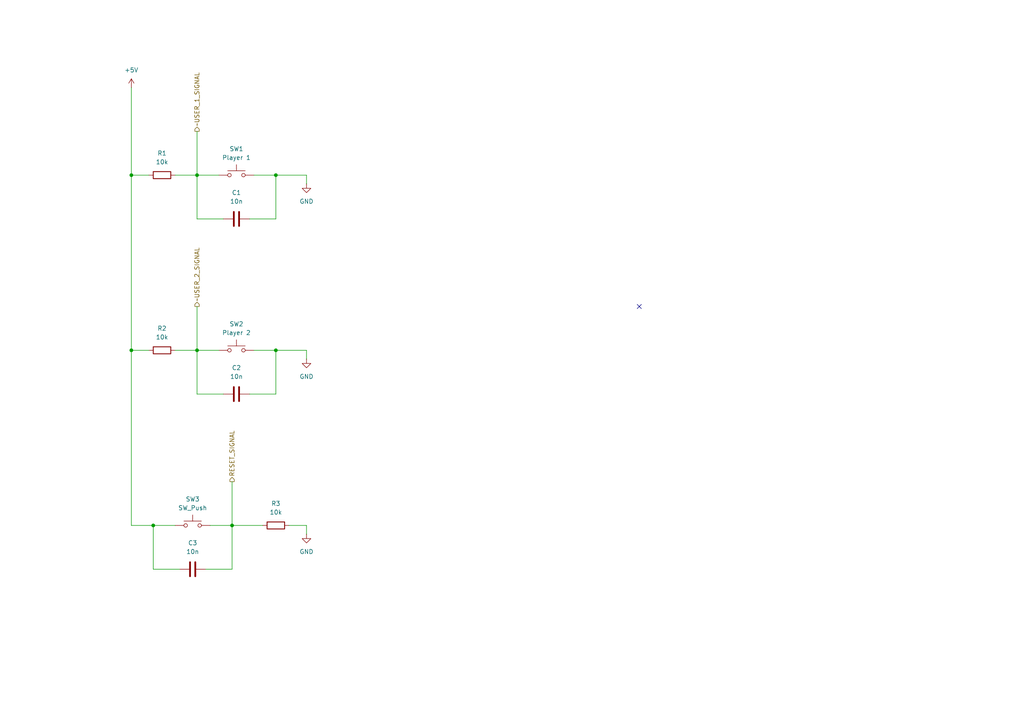
<source format=kicad_sch>
(kicad_sch (version 20231120) (generator "eeschema") (generator_version "8.0")
  (paper "A4")
  (lib_symbols
    (symbol "Device:C" (pin_numbers hide) (pin_names (offset 0.254))
      (property "Reference" "C" (at 0.635 2.54 0))
      (property "Value" "C" (at 0.635 -2.54 0))
      (symbol "C_0_1"
        (polyline (pts (xy -2.032 -0.762) (xy 2.032 -0.762)) (stroke (width 0.508)))
        (polyline (pts (xy -2.032 0.762) (xy 2.032 0.762)) (stroke (width 0.508)))
      )
      (symbol "C_1_1"
        (pin passive line (at 0 3.81 270) (length 2.794) (name "~") (number "1"))
        (pin passive line (at 0 -3.81 90) (length 2.794) (name "~") (number "2"))
      )
    )
    (symbol "Device:R" (pin_numbers hide) (pin_names (offset 0))
      (property "Reference" "R" (at 2.032 0 90))
      (property "Value" "R" (at 0 0 90))
      (symbol "R_0_1"
        (rectangle (start -1.016 -2.54) (end 1.016 2.54) (stroke (width 0.254)))
      )
      (symbol "R_1_1"
        (pin passive line (at 0 3.81 270) (length 1.27) (name "~") (number "1"))
        (pin passive line (at 0 -3.81 90) (length 1.27) (name "~") (number "2"))
      )
    )
    (symbol "Switch:SW_Push" (pin_numbers hide) (pin_names (offset 1.016) hide)
      (property "Reference" "SW" (at 1.27 2.54 0))
      (property "Value" "SW_Push" (at 0 -1.524 0))
      (symbol "SW_Push_0_1"
        (circle (center -2.032 0) (radius 0.508))
        (polyline (pts (xy 0 1.27) (xy 0 3.048)))
        (polyline (pts (xy 2.54 1.27) (xy -2.54 1.27)))
        (circle (center 2.032 0) (radius 0.508))
        (pin passive line (at -5.08 0 0) (length 2.54) (name "1") (number "1"))
        (pin passive line (at 5.08 0 180) (length 2.54) (name "2") (number "2"))
      )
    )
    (symbol "power:+5V" (power) (pin_numbers hide) (pin_names (offset 0) hide)
      (property "Value" "+5V" (at 0 3.556 0))
      (symbol "+5V_0_1"
        (polyline (pts (xy -0.762 1.27) (xy 0 2.54)))
        (polyline (pts (xy 0 0) (xy 0 2.54)))
        (polyline (pts (xy 0 2.54) (xy 0.762 1.27)))
      )
      (symbol "+5V_1_1"
        (pin power_in line (at 0 0 90) (length 0) (name "~") (number "1"))
      )
    )
    (symbol "power:GND" (power) (pin_numbers hide) (pin_names (offset 0) hide)
      (property "Value" "GND" (at 0 -3.81 0))
      (symbol "GND_0_1"
        (polyline (pts (xy 0 0) (xy 0 -1.27) (xy 1.27 -1.27) (xy 0 -2.54) (xy -1.27 -1.27) (xy 0 -1.27)))
      )
      (symbol "GND_1_1"
        (pin power_in line (at 0 0 270) (length 0) (name "~") (number "1"))
      )
    )
  )
  (junction (at 67.31 152.4))
  (junction (at 57.15 101.6))
  (junction (at 44.45 152.4))
  (junction (at 38.1 50.8))
  (junction (at 80.01 50.8))
  (junction (at 80.01 101.6))
  (junction (at 38.1 101.6))
  (junction (at 57.15 50.8))
  (no_connect (at 185.42 88.9))
  (wire (pts (xy 88.9 152.4) (xy 88.9 154.94)))
  (wire (pts (xy 64.77 114.3) (xy 57.15 114.3)))
  (wire (pts (xy 72.39 114.3) (xy 80.01 114.3)))
  (wire (pts (xy 73.66 101.6) (xy 80.01 101.6)))
  (wire (pts (xy 67.31 139.7) (xy 67.31 152.4)))
  (wire (pts (xy 64.77 63.5) (xy 57.15 63.5)))
  (wire (pts (xy 57.15 114.3) (xy 57.15 101.6)))
  (wire (pts (xy 43.18 101.6) (xy 38.1 101.6)))
  (wire (pts (xy 67.31 165.1) (xy 67.31 152.4)))
  (wire (pts (xy 88.9 101.6) (xy 80.01 101.6)))
  (wire (pts (xy 57.15 50.8) (xy 57.15 38.1)))
  (wire (pts (xy 88.9 50.8) (xy 88.9 53.34)))
  (wire (pts (xy 50.8 101.6) (xy 57.15 101.6)))
  (wire (pts (xy 60.96 152.4) (xy 67.31 152.4)))
  (wire (pts (xy 38.1 152.4) (xy 44.45 152.4)))
  (wire (pts (xy 38.1 50.8) (xy 38.1 101.6)))
  (wire (pts (xy 88.9 101.6) (xy 88.9 104.14)))
  (wire (pts (xy 38.1 152.4) (xy 38.1 101.6)))
  (wire (pts (xy 72.39 63.5) (xy 80.01 63.5)))
  (wire (pts (xy 44.45 152.4) (xy 50.8 152.4)))
  (wire (pts (xy 80.01 50.8) (xy 80.01 63.5)))
  (wire (pts (xy 50.8 50.8) (xy 57.15 50.8)))
  (wire (pts (xy 57.15 88.9) (xy 57.15 101.6)))
  (wire (pts (xy 67.31 152.4) (xy 76.2 152.4)))
  (wire (pts (xy 83.82 152.4) (xy 88.9 152.4)))
  (wire (pts (xy 44.45 165.1) (xy 44.45 152.4)))
  (wire (pts (xy 57.15 63.5) (xy 57.15 50.8)))
  (wire (pts (xy 52.07 165.1) (xy 44.45 165.1)))
  (wire (pts (xy 57.15 50.8) (xy 63.5 50.8)))
  (wire (pts (xy 59.69 165.1) (xy 67.31 165.1)))
  (wire (pts (xy 38.1 50.8) (xy 43.18 50.8)))
  (wire (pts (xy 57.15 101.6) (xy 63.5 101.6)))
  (wire (pts (xy 38.1 25.4) (xy 38.1 50.8)))
  (wire (pts (xy 73.66 50.8) (xy 80.01 50.8)))
  (wire (pts (xy 80.01 114.3) (xy 80.01 101.6)))
  (wire (pts (xy 80.01 50.8) (xy 88.9 50.8)))
  (hierarchical_label "~USER_2_SIGNAL" (shape output) (at 57.15 88.9 90))
  (hierarchical_label "~USER_1_SIGNAL" (shape output) (at 57.15 38.1 90))
  (hierarchical_label "RESET_SIGNAL" (shape output) (at 67.31 139.7 90))
  (symbol (lib_id "power:GND") (at 88.9 154.94 0) (unit 1)
    (property "Reference" "#PWR04" (effects (hide yes)))
    (property "Value" "GND" (at 88.9 160.02 0))
    (property "Description" "Power symbol creates a global label with name \"GND\" , ground" (effects (hide yes)))
  )
  (symbol (lib_id "Device:C") (at 55.88 165.1 90) (unit 1)
    (property "Reference" "C3" (at 55.88 157.48 90))
    (property "Value" "10n" (at 55.88 160.02 90))
    (property "Footprint" "Capacitor_THT:C_Disc_D3.4mm_W2.1mm_P2.50mm" (effects (hide yes)))
    (property "Description" "Unpolarized capacitor" (effects (hide yes)))
  )
  (symbol (lib_id "Device:R") (at 46.99 101.6 90) (unit 1)
    (property "Reference" "R2" (at 46.99 95.25 90))
    (property "Value" "10k" (at 46.99 97.79 90))
    (property "Footprint" "Resistor_THT:R_Axial_DIN0207_L6.3mm_D2.5mm_P10.16mm_Horizontal" (effects (hide yes)))
    (property "Description" "Resistor" (effects (hide yes)))
  )
  (symbol (lib_id "Switch:SW_Push") (at 55.88 152.4 0) (unit 1)
    (property "Reference" "SW3" (at 55.88 144.78 0))
    (property "Value" "SW_Push" (at 55.88 147.32 0))
    (property "Footprint" "Button_Switch_THT:SW_PUSH_6mm_H5mm" (effects (hide yes)))
    (property "Description" "Push button switch, generic, two pins" (effects (hide yes)))
  )
  (symbol (lib_id "Switch:SW_Push") (at 68.58 50.8 0) (unit 1)
    (property "Reference" "SW1" (at 68.58 43.18 0))
    (property "Value" "Player 1" (at 68.58 45.72 0))
    (property "Footprint" "Button_Switch_THT:SW_PUSH_6mm_H5mm" (effects (hide yes)))
    (property "Description" "Push button switch, generic, two pins" (effects (hide yes)))
  )
  (symbol (lib_id "power:GND") (at 88.9 104.14 0) (unit 1)
    (property "Reference" "#PWR02" (effects (hide yes)))
    (property "Value" "GND" (at 88.9 109.22 0))
    (property "Description" "Power symbol creates a global label with name \"GND\" , ground" (effects (hide yes)))
  )
  (symbol (lib_id "Device:R") (at 80.01 152.4 90) (unit 1)
    (property "Reference" "R3" (at 80.01 146.05 90))
    (property "Value" "10k" (at 80.01 148.59 90))
    (property "Footprint" "Resistor_THT:R_Axial_DIN0207_L6.3mm_D2.5mm_P10.16mm_Horizontal" (effects (hide yes)))
    (property "Description" "Resistor" (effects (hide yes)))
  )
  (symbol (lib_id "power:GND") (at 88.9 53.34 0) (unit 1)
    (property "Reference" "#PWR01" (effects (hide yes)))
    (property "Value" "GND" (at 88.9 58.42 0))
    (property "Description" "Power symbol creates a global label with name \"GND\" , ground" (effects (hide yes)))
  )
  (symbol (lib_id "Device:C") (at 68.58 114.3 90) (unit 1)
    (property "Reference" "C2" (at 68.58 106.68 90))
    (property "Value" "10n" (at 68.58 109.22 90))
    (property "Footprint" "Capacitor_THT:C_Disc_D3.4mm_W2.1mm_P2.50mm" (effects (hide yes)))
    (property "Description" "Unpolarized capacitor" (effects (hide yes)))
  )
  (symbol (lib_id "Device:R") (at 46.99 50.8 90) (unit 1)
    (property "Reference" "R1" (at 46.99 44.45 90))
    (property "Value" "10k" (at 46.99 46.99 90))
    (property "Footprint" "Resistor_THT:R_Axial_DIN0207_L6.3mm_D2.5mm_P10.16mm_Horizontal" (effects (hide yes)))
    (property "Description" "Resistor" (effects (hide yes)))
  )
  (symbol (lib_id "Device:C") (at 68.58 63.5 90) (unit 1)
    (property "Reference" "C1" (at 68.58 55.88 90))
    (property "Value" "10n" (at 68.58 58.42 90))
    (property "Footprint" "Capacitor_THT:C_Disc_D3.4mm_W2.1mm_P2.50mm" (effects (hide yes)))
    (property "Description" "Unpolarized capacitor" (effects (hide yes)))
  )
  (symbol (lib_id "power:+5V") (at 38.1 25.4 0) (unit 1)
    (property "Reference" "#PWR03" (effects (hide yes)))
    (property "Value" "+5V" (at 38.1 20.32 0))
    (property "Description" "Power symbol creates a global label with name \"+5V\"" (effects (hide yes)))
  )
  (symbol (lib_id "Switch:SW_Push") (at 68.58 101.6 0) (unit 1)
    (property "Reference" "SW2" (at 68.58 93.98 0))
    (property "Value" "Player 2" (at 68.58 96.52 0))
    (property "Footprint" "Button_Switch_THT:SW_PUSH_6mm_H5mm" (effects (hide yes)))
    (property "Description" "Push button switch, generic, two pins" (effects (hide yes)))
  )
)
</source>
